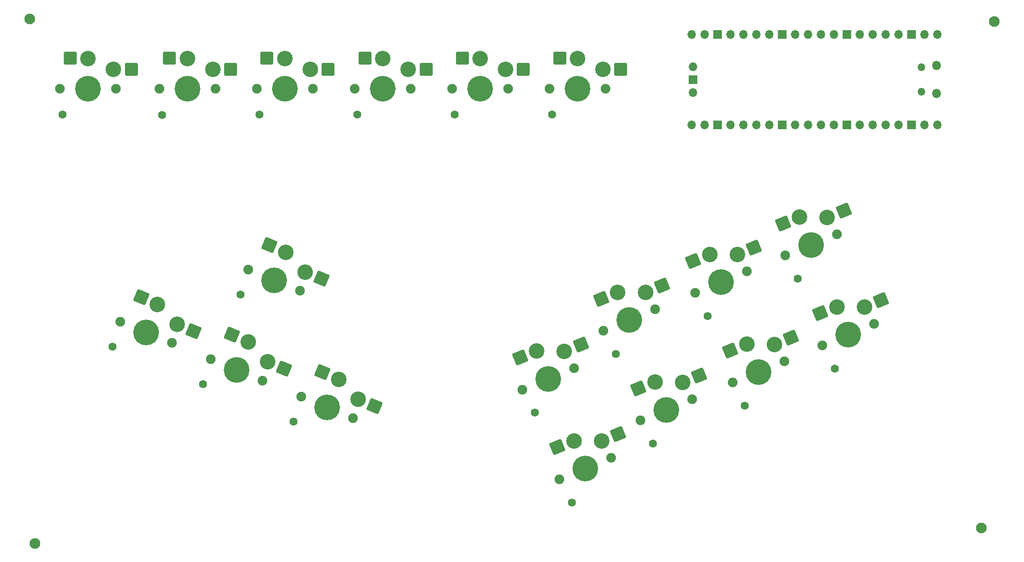
<source format=gbr>
%TF.GenerationSoftware,KiCad,Pcbnew,7.0.5*%
%TF.CreationDate,2023-07-09T01:02:00-05:00*%
%TF.ProjectId,NanoSwap,4e616e6f-5377-4617-902e-6b696361645f,rev?*%
%TF.SameCoordinates,Original*%
%TF.FileFunction,Soldermask,Bot*%
%TF.FilePolarity,Negative*%
%FSLAX46Y46*%
G04 Gerber Fmt 4.6, Leading zero omitted, Abs format (unit mm)*
G04 Created by KiCad (PCBNEW 7.0.5) date 2023-07-09 01:02:00*
%MOMM*%
%LPD*%
G01*
G04 APERTURE LIST*
G04 Aperture macros list*
%AMRoundRect*
0 Rectangle with rounded corners*
0 $1 Rounding radius*
0 $2 $3 $4 $5 $6 $7 $8 $9 X,Y pos of 4 corners*
0 Add a 4 corners polygon primitive as box body*
4,1,4,$2,$3,$4,$5,$6,$7,$8,$9,$2,$3,0*
0 Add four circle primitives for the rounded corners*
1,1,$1+$1,$2,$3*
1,1,$1+$1,$4,$5*
1,1,$1+$1,$6,$7*
1,1,$1+$1,$8,$9*
0 Add four rect primitives between the rounded corners*
20,1,$1+$1,$2,$3,$4,$5,0*
20,1,$1+$1,$4,$5,$6,$7,0*
20,1,$1+$1,$6,$7,$8,$9,0*
20,1,$1+$1,$8,$9,$2,$3,0*%
G04 Aperture macros list end*
%ADD10C,1.900000*%
%ADD11C,1.600000*%
%ADD12C,3.050000*%
%ADD13C,5.050000*%
%ADD14RoundRect,0.250000X-1.025000X-1.000000X1.025000X-1.000000X1.025000X1.000000X-1.025000X1.000000X0*%
%ADD15O,1.800000X1.800000*%
%ADD16O,1.500000X1.500000*%
%ADD17O,1.700000X1.700000*%
%ADD18R,1.700000X1.700000*%
%ADD19RoundRect,0.250000X-1.329660X-0.531629X0.564293X-1.316130X1.329660X0.531629X-0.564293X1.316130X0*%
%ADD20RoundRect,0.250000X-0.564293X-1.316130X1.329660X-0.531629X0.564293X1.316130X-1.329660X0.531629X0*%
%ADD21C,2.100000*%
G04 APERTURE END LIST*
D10*
%TO.C,REF\u002A\u002A*%
X113131810Y-51308000D03*
D11*
X113631810Y-56458000D03*
D12*
X118631810Y-45408000D03*
D13*
X118631810Y-51308000D03*
D12*
X123631810Y-47508000D03*
D10*
X124131810Y-51308000D03*
D14*
X115131810Y-45308000D03*
X127131810Y-47508000D03*
%TD*%
D15*
%TO.C,USB Right*%
X227454000Y-46805000D03*
D16*
X224424000Y-47105000D03*
X224424000Y-51955000D03*
D15*
X227454000Y-52255000D03*
D17*
X227584000Y-40640000D03*
X225044000Y-40640000D03*
D18*
X222504000Y-40640000D03*
D17*
X219964000Y-40640000D03*
X217424000Y-40640000D03*
X214884000Y-40640000D03*
X212344000Y-40640000D03*
D18*
X209804000Y-40640000D03*
D17*
X207264000Y-40640000D03*
X204724000Y-40640000D03*
X202184000Y-40640000D03*
X199644000Y-40640000D03*
D18*
X197104000Y-40640000D03*
D17*
X194564000Y-40640000D03*
X192024000Y-40640000D03*
X189484000Y-40640000D03*
X186944000Y-40640000D03*
D18*
X184404000Y-40640000D03*
D17*
X181864000Y-40640000D03*
X179324000Y-40640000D03*
X179324000Y-58420000D03*
X181864000Y-58420000D03*
D18*
X184404000Y-58420000D03*
D17*
X186944000Y-58420000D03*
X189484000Y-58420000D03*
X192024000Y-58420000D03*
X194564000Y-58420000D03*
D18*
X197104000Y-58420000D03*
D17*
X199644000Y-58420000D03*
X202184000Y-58420000D03*
X204724000Y-58420000D03*
X207264000Y-58420000D03*
D18*
X209804000Y-58420000D03*
D17*
X212344000Y-58420000D03*
X214884000Y-58420000D03*
X217424000Y-58420000D03*
X219964000Y-58420000D03*
D18*
X222504000Y-58420000D03*
D17*
X225044000Y-58420000D03*
X227584000Y-58420000D03*
X179554000Y-46990000D03*
D18*
X179554000Y-49530000D03*
D17*
X179554000Y-52070000D03*
%TD*%
D10*
%TO.C,REF\u002A\u002A*%
X84833326Y-104502482D03*
D11*
X83324446Y-109451803D03*
D12*
X92172495Y-101156352D03*
D13*
X89914663Y-106607241D03*
D12*
X95988258Y-105009916D03*
D10*
X94996000Y-108712000D03*
D19*
X88977185Y-99724572D03*
X99221836Y-106349308D03*
%TD*%
D10*
%TO.C,REF\u002A\u002A*%
X153366700Y-128136285D03*
D11*
X155799459Y-132702923D03*
D12*
X156190205Y-120580637D03*
D13*
X158448037Y-126031526D03*
D12*
X161613238Y-120607367D03*
D10*
X163529374Y-123926767D03*
D20*
X152918358Y-121827641D03*
X164846816Y-119267975D03*
%TD*%
D21*
%TO.C,REF\u002A\u002A*%
X236220000Y-137668000D03*
%TD*%
D10*
%TO.C,REF\u002A\u002A*%
X92227326Y-86881745D03*
D11*
X90718446Y-91831066D03*
D12*
X99566495Y-83535615D03*
D13*
X97308663Y-88986504D03*
D12*
X103382258Y-87389179D03*
D10*
X102390000Y-91091263D03*
D19*
X96371185Y-82103835D03*
X106615836Y-88728571D03*
%TD*%
D10*
%TO.C,REF\u002A\u002A*%
X93874810Y-51318000D03*
D11*
X94374810Y-56468000D03*
D12*
X99374810Y-45418000D03*
D13*
X99374810Y-51318000D03*
D12*
X104374810Y-47518000D03*
D10*
X104874810Y-51318000D03*
D14*
X95874810Y-45318000D03*
X107874810Y-47518000D03*
%TD*%
D10*
%TO.C,REF\u002A\u002A*%
X187333462Y-109128918D03*
D11*
X189766221Y-113695556D03*
D12*
X190156967Y-101573270D03*
D13*
X192414799Y-107024159D03*
D12*
X195580000Y-101600000D03*
D10*
X197496136Y-104919400D03*
D20*
X186885120Y-102820274D03*
X198813578Y-100260608D03*
%TD*%
D10*
%TO.C,REF\u002A\u002A*%
X205003451Y-101798945D03*
D11*
X207436210Y-106365583D03*
D12*
X207826956Y-94243297D03*
D13*
X210084788Y-99694186D03*
D12*
X213249989Y-94270027D03*
D10*
X215166125Y-97589427D03*
D20*
X204555109Y-95490301D03*
X216483567Y-92930635D03*
%TD*%
D10*
%TO.C,REF\u002A\u002A*%
X67036636Y-97130854D03*
D11*
X65527756Y-102080175D03*
D12*
X74375805Y-93784724D03*
D13*
X72117973Y-99235613D03*
D12*
X78191568Y-97638288D03*
D10*
X77199310Y-101340372D03*
D19*
X71180495Y-92352944D03*
X81425146Y-98977680D03*
%TD*%
D21*
%TO.C,REF\u002A\u002A*%
X49276000Y-37592000D03*
%TD*%
D10*
%TO.C,REF\u002A\u002A*%
X161978573Y-98938082D03*
D11*
X164411332Y-103504720D03*
D12*
X164802078Y-91382434D03*
D13*
X167059910Y-96833323D03*
D12*
X170225111Y-91409164D03*
D10*
X172141247Y-94728564D03*
D20*
X161530231Y-92629438D03*
X173458689Y-90069772D03*
%TD*%
D10*
%TO.C,REF\u002A\u002A*%
X102630490Y-111872981D03*
D11*
X101121610Y-116822302D03*
D12*
X109969659Y-108526851D03*
D13*
X107711827Y-113977740D03*
D12*
X113785422Y-112380415D03*
D10*
X112793164Y-116082499D03*
D19*
X106774349Y-107095071D03*
X117019000Y-113719807D03*
%TD*%
D10*
%TO.C,REF\u002A\u002A*%
X197694963Y-84154695D03*
D11*
X200127722Y-88721333D03*
D12*
X200518468Y-76599047D03*
D13*
X202776300Y-82049936D03*
D12*
X205941501Y-76625777D03*
D10*
X207857637Y-79945177D03*
D20*
X197246621Y-77846051D03*
X209175079Y-75286385D03*
%TD*%
D21*
%TO.C,REF\u002A\u002A*%
X50292000Y-140716000D03*
%TD*%
D10*
%TO.C,REF\u002A\u002A*%
X132254000Y-51318000D03*
D11*
X132754000Y-56468000D03*
D12*
X137754000Y-45418000D03*
D13*
X137754000Y-51318000D03*
D12*
X142754000Y-47518000D03*
D10*
X143254000Y-51318000D03*
D14*
X134254000Y-45318000D03*
X146254000Y-47518000D03*
%TD*%
D21*
%TO.C,REF\u002A\u002A*%
X238760000Y-38100000D03*
%TD*%
D10*
%TO.C,REF\u002A\u002A*%
X169287060Y-116582335D03*
D11*
X171719819Y-121148973D03*
D12*
X172110565Y-109026687D03*
D13*
X174368397Y-114477576D03*
D12*
X177533598Y-109053417D03*
D10*
X179449734Y-112372817D03*
D20*
X168838718Y-110273691D03*
X180767176Y-107714025D03*
%TD*%
D10*
%TO.C,REF\u002A\u002A*%
X74744810Y-51328000D03*
D11*
X75244810Y-56478000D03*
D12*
X80244810Y-45428000D03*
D13*
X80244810Y-51328000D03*
D12*
X85244810Y-47528000D03*
D10*
X85744810Y-51328000D03*
D14*
X76744810Y-45328000D03*
X88744810Y-47528000D03*
%TD*%
D10*
%TO.C,REF\u002A\u002A*%
X151384000Y-51308000D03*
D11*
X151884000Y-56458000D03*
D12*
X156884000Y-45408000D03*
D13*
X156884000Y-51308000D03*
D12*
X161884000Y-47508000D03*
D10*
X162384000Y-51308000D03*
D14*
X153384000Y-45308000D03*
X165384000Y-47508000D03*
%TD*%
D10*
%TO.C,REF\u002A\u002A*%
X180024971Y-91484669D03*
D11*
X182457730Y-96051307D03*
D12*
X182848476Y-83929021D03*
D13*
X185106308Y-89379910D03*
D12*
X188271509Y-83955751D03*
D10*
X190187645Y-87275151D03*
D20*
X179576629Y-85176025D03*
X191505087Y-82616359D03*
%TD*%
D10*
%TO.C,REF\u002A\u002A*%
X55219810Y-51308000D03*
D11*
X55719810Y-56458000D03*
D12*
X60719810Y-45408000D03*
D13*
X60719810Y-51308000D03*
D12*
X65719810Y-47508000D03*
D10*
X66219810Y-51308000D03*
D14*
X57219810Y-45308000D03*
X69219810Y-47508000D03*
%TD*%
D10*
%TO.C,REF\u002A\u002A*%
X146058212Y-110492033D03*
D11*
X148490971Y-115058671D03*
D12*
X148881717Y-102936385D03*
D13*
X151139549Y-108387274D03*
D12*
X154304750Y-102963115D03*
D10*
X156220886Y-106282515D03*
D20*
X145609870Y-104183389D03*
X157538328Y-101623723D03*
%TD*%
M02*

</source>
